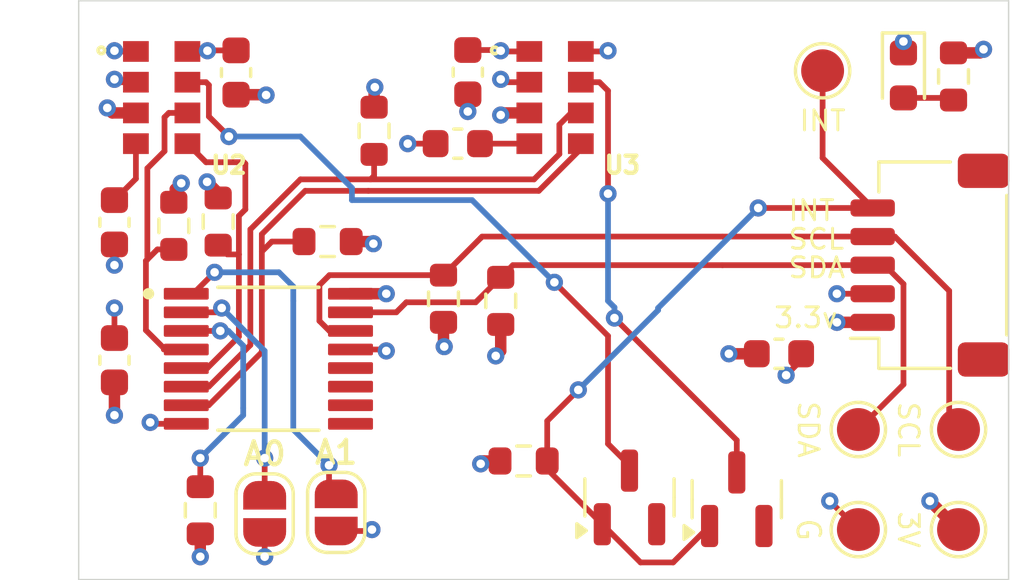
<source format=kicad_pcb>
(kicad_pcb (version 20241229) (generator "pcbnew") (generator_version "9.0")
  (layers (0 "F.Cu" signal) (4 "In1.Cu" signal) (6 "In2.Cu" signal) (2 "B.Cu" signal) (13 "F.Paste" user) (15 "B.Paste" user) (5 "F.SilkS" user "F.Silkscreen") (7 "B.SilkS" user "B.Silkscreen") (1 "F.Mask" user) (3 "B.Mask" user) (25 "Edge.Cuts" user))
  (net 0 "")
  (net 1 "+3.3V")
  (net 2 "GND")
  (net 3 "Net-(C3-Pad2)")
  (net 4 "Net-(C4-Pad2)")
  (net 5 "Net-(D1-A)")
  (net 6 "Net-(D2-A)")
  (net 8 "Net-(D2-COM)")
  (net 9 "Net-(D3-COM)")
  (net 11 "Net-(J1-Pin_4)")
  (net 12 "Net-(J1-Pin_3)")
  (net 13 "Net-(JP3-A)")
  (net 14 "Net-(JP4-A)")
  (net 15 "Net-(U1-~{RESET})")
  (net 18 "Net-(U1-SD0)")
  (net 21 "Net-(U1-SC1)")
  (net 22 "Net-(U1-SC0)")
  (net 23 "Net-(U1-SD1)")
  (footprint "Capacitor_SMD:C_0603_1608Metric" (layer "F.Cu") (at 166.725 60.6 180)
    (property "Reference" "C1" (hide yes))
    (property "Value" "2.2µF")
    (fp_line (start -0.14058 0.51) (end 0.14058 0.51) (stroke (width 0.12)) (layer "F.SilkS"))
    (fp_line (start -0.14058 -0.51) (end 0.14058 -0.51) (stroke (width 0.12)) (layer "F.SilkS"))
    (pad "1" smd roundrect (at -0.775 0 180) (size 0.9 0.95) (layers "F.Cu" "F.Mask" "F.Paste") (net 2 "GND"))
    (pad "2" smd roundrect (at 0.775 0 180) (size 0.9 0.95) (layers "F.Cu" "F.Mask" "F.Paste") (net 1 "+3.3V"))
  )
  (footprint "Resistor_SMD:R_0603_1608Metric" (layer "F.Cu") (at 147.125 55.975 90)
    (property "Reference" "R9" (hide yes))
    (property "Value" "4.7kΩ" (hide yes))
    (fp_line (start -0.237258 -0.5225) (end 0.237258 -0.5225) (stroke (width 0.12)) (layer "F.SilkS"))
    (fp_line (start -0.237258 0.5225) (end 0.237258 0.5225) (stroke (width 0.12)) (layer "F.SilkS"))
    (pad "1" smd roundrect (at -0.825 0 90) (size 0.8 0.95) (layers "F.Cu" "F.Mask" "F.Paste") (net 22 "Net-(U1-SC0)"))
    (pad "2" smd roundrect (at 0.825 0 90) (size 0.8 0.95) (layers "F.Cu" "F.Mask" "F.Paste") (net 1 "+3.3V"))
  )
  (footprint "TestPoint:TestPoint_Pad_D1.5mm" (layer "F.Cu") (at 173 66.75)
    (property "Reference" "TP1" (hide yes))
    (property "Value" "TestPoint_Small" (hide yes))
    (property "Label" "3V" (at -1.75 0 270) (layer "F.SilkS") (effects (font (size 0.7 0.7) (thickness 0.1))))
    (fp_circle (center 0 0) (end 0 0.95) (stroke (width 0.12)) (fill no) (layer "F.SilkS"))
    (pad "1" smd circle (at 0 0) (size 1.5 1.5) (layers "F.Cu" "F.Mask") (net 1 "+3.3V"))
  )
  (footprint "TestPoint:TestPoint_Pad_D1.5mm" (layer "F.Cu") (at 173 63.25 90)
    (property "Reference" "TP4" (hide yes))
    (property "Value" "TestPoint_Small" (hide yes))
    (property "Label" "SCL" (at 0 -1.75 270) (layer "F.SilkS") (effects (font (size 0.7 0.7) (thickness 0.1))))
    (fp_circle (center 0 0) (end 0 0.95) (stroke (width 0.12)) (fill no) (layer "F.SilkS"))
    (pad "1" smd circle (at 0 0 90) (size 1.5 1.5) (layers "F.Cu" "F.Mask") (net 11 "Net-(J1-Pin_4)"))
  )
  (footprint "Jumper:SolderJumper-2_P1.3mm_Open_RoundedPad1.0x1.5mm" (layer "F.Cu") (at 151.25 66.15 -90)
    (property "Reference" "JP4" (hide yes))
    (property "Value" "SolderJumper_2_Open" (hide yes))
    (property "Label" "A1" (at -2.1 0 0) (layer "F.SilkS") (effects (font (size 0.8 0.8))))
    (fp_line (start 0.7 1) (end -0.7 1) (stroke (width 0.12)) (layer "F.SilkS"))
    (fp_line (start -1.4 0.3) (end -1.4 -0.3) (stroke (width 0.12)) (layer "F.SilkS"))
    (fp_line (start 1.4 -0.3) (end 1.4 0.3) (stroke (width 0.12)) (layer "F.SilkS"))
    (fp_line (start -0.7 -1) (end 0.7 -1) (stroke (width 0.12)) (layer "F.SilkS"))
    (fp_arc (start -0.7 1) (mid -1.194975 0.794975) (end -1.4 0.3) (stroke (width 0.12)) (layer "F.SilkS"))
    (fp_arc (start 1.4 0.3) (mid 1.194975 0.794975) (end 0.7 1) (stroke (width 0.12)) (layer "F.SilkS"))
    (fp_arc (start -1.4 -0.3) (mid -1.194975 -0.794975) (end -0.7 -1) (stroke (width 0.12)) (layer "F.SilkS"))
    (fp_arc (start 0.7 -1) (mid 1.194975 -0.794975) (end 1.4 -0.3) (stroke (width 0.12)) (layer "F.SilkS"))
    (pad "1" smd custom (at -0.65 0 270) (size 1 0.5) (layers "F.Cu" "F.Mask") (net 14 "Net-(JP4-A)") (options (clearance outline) (anchor rect)) (primitives (gr_circle (center 0 0.25) (end 0.5 0.25) (width 0) (fill yes)) (gr_circle (center 0 -0.25) (end 0.5 -0.25) (width 0) (fill yes)) (gr_poly (pts (xy 0.5 0.75) (xy 0 0.75) (xy 0 -0.75) (xy 0.5 -0.75)) (width 0) (fill yes))))
    (pad "2" smd custom (at 0.65 0 270) (size 1 0.5) (layers "F.Cu" "F.Mask") (net 2 "GND") (options (clearance outline) (anchor rect)) (primitives (gr_circle (center 0 0.25) (end 0.5 0.25) (width 0) (fill yes)) (gr_circle (center 0 -0.25) (end 0.5 -0.25) (width 0) (fill yes)) (gr_poly (pts (xy 0 0.75) (xy -0.5 0.75) (xy -0.5 -0.75) (xy 0 -0.75)) (width 0) (fill yes))))
  )
  (footprint "Resistor_SMD:R_0603_1608Metric" (layer "F.Cu") (at 152.575 52.8 -90)
    (property "Reference" "R6" (hide yes))
    (property "Value" "4.7kΩ" (hide yes))
    (fp_line (start -0.237258 0.5225) (end 0.237258 0.5225) (stroke (width 0.12)) (layer "F.SilkS"))
    (fp_line (start -0.237258 -0.5225) (end 0.237258 -0.5225) (stroke (width 0.12)) (layer "F.SilkS"))
    (pad "1" smd roundrect (at -0.825 0 270) (size 0.8 0.95) (layers "F.Cu" "F.Mask" "F.Paste") (net 1 "+3.3V"))
    (pad "2" smd roundrect (at 0.825 0 270) (size 0.8 0.95) (layers "F.Cu" "F.Mask" "F.Paste") (net 23 "Net-(U1-SD1)"))
  )
  (footprint "Resistor_SMD:R_0603_1608Metric" (layer "F.Cu") (at 157.8 64.35)
    (property "Reference" "R5" (hide yes))
    (property "Value" "10kΩ")
    (fp_line (start -0.237258 -0.5225) (end 0.237258 -0.5225) (stroke (width 0.12)) (layer "F.SilkS"))
    (fp_line (start -0.237258 0.5225) (end 0.237258 0.5225) (stroke (width 0.12)) (layer "F.SilkS"))
    (pad "1" smd roundrect (at -0.825 0) (size 0.8 0.95) (layers "F.Cu" "F.Mask" "F.Paste") (net 1 "+3.3V"))
    (pad "2" smd roundrect (at 0.825 0) (size 0.8 0.95) (layers "F.Cu" "F.Mask" "F.Paste") (net 6 "Net-(D2-A)"))
  )
  (footprint "Resistor_SMD:R_0603_1608Metric" (layer "F.Cu") (at 146.5 66.075 -90)
    (property "Reference" "R3" (hide yes))
    (property "Value" "10kΩ")
    (fp_line (start -0.237258 0.5225) (end 0.237258 0.5225) (stroke (width 0.12)) (layer "F.SilkS"))
    (fp_line (start -0.237258 -0.5225) (end 0.237258 -0.5225) (stroke (width 0.12)) (layer "F.SilkS"))
    (pad "1" smd roundrect (at -0.825 0 270) (size 0.8 0.95) (layers "F.Cu" "F.Mask" "F.Paste") (net 15 "Net-(U1-~{RESET})"))
    (pad "2" smd roundrect (at 0.825 0 270) (size 0.8 0.95) (layers "F.Cu" "F.Mask" "F.Paste") (net 1 "+3.3V"))
  )
  (footprint "TestPoint:TestPoint_Pad_D1.5mm" (layer "F.Cu") (at 169.5 66.75)
    (property "Reference" "TP2" (hide yes))
    (property "Value" "TestPoint_Small" (hide yes))
    (property "Label" "G" (at -1.75 0 270) (layer "F.SilkS") (effects (font (size 0.8 0.8) (thickness 0.1))))
    (fp_circle (center 0 0) (end 0 0.95) (stroke (width 0.12)) (fill no) (layer "F.SilkS"))
    (pad "1" smd circle (at 0 0) (size 1.5 1.5) (layers "F.Cu" "F.Mask") (net 2 "GND"))
  )
  (footprint "Capacitor_SMD:C_0603_1608Metric" (layer "F.Cu") (at 155.5 53.25)
    (property "Reference" "C4" (hide yes))
    (property "Value" "2.2µF" (hide yes))
    (fp_line (start -0.14058 -0.51) (end 0.14058 -0.51) (stroke (width 0.12)) (layer "F.SilkS"))
    (fp_line (start -0.14058 0.51) (end 0.14058 0.51) (stroke (width 0.12)) (layer "F.SilkS"))
    (pad "1" smd roundrect (at -0.775 0) (size 0.9 0.95) (layers "F.Cu" "F.Mask" "F.Paste") (net 2 "GND"))
    (pad "2" smd roundrect (at 0.775 0) (size 0.9 0.95) (layers "F.Cu" "F.Mask" "F.Paste") (net 4 "Net-(C4-Pad2)"))
  )
  (footprint "Capacitor_SMD:C_0603_1608Metric" (layer "F.Cu") (at 155.85 50.75 90)
    (property "Reference" "C5" (hide yes))
    (property "Value" "0.1µF" (hide yes))
    (fp_line (start -0.14058 -0.51) (end 0.14058 -0.51) (stroke (width 0.12)) (layer "F.SilkS"))
    (fp_line (start -0.14058 0.51) (end 0.14058 0.51) (stroke (width 0.12)) (layer "F.SilkS"))
    (pad "1" smd roundrect (at -0.775 0 90) (size 0.9 0.95) (layers "F.Cu" "F.Mask" "F.Paste") (net 1 "+3.3V"))
    (pad "2" smd roundrect (at 0.775 0 90) (size 0.9 0.95) (layers "F.Cu" "F.Mask" "F.Paste") (net 2 "GND"))
  )
  (footprint "Package_TO_SOT_SMD:SOT-23" (layer "F.Cu") (at 165.25 65.6875 90)
    (property "Reference" "D3" (hide yes))
    (property "Value" "BAT54S" (hide yes))
    (fp_line (start 0 -1.56) (end 0.65 -1.56) (stroke (width 0.12)) (layer "F.SilkS"))
    (fp_line (start 0 -1.56) (end -0.65 -1.56) (stroke (width 0.12)) (layer "F.SilkS"))
    (fp_line (start 0 1.56) (end 0.65 1.56) (stroke (width 0.12)) (layer "F.SilkS"))
    (fp_line (start 0 1.56) (end -0.65 1.56) (stroke (width 0.12)) (layer "F.SilkS"))
    (fp_poly (pts (xy -1.1625 -1.51) (xy -1.4025 -1.84) (xy -0.9225 -1.84)) (stroke (width 0.12)) (fill yes) (layer "F.SilkS"))
    (pad "1" smd roundrect (at -0.9375 -0.95 90) (size 1.475 0.6) (layers "F.Cu" "F.Mask" "F.Paste") (net 6 "Net-(D2-A)"))
    (pad "2" smd roundrect (at -0.9375 0.95 90) (size 1.475 0.6) (layers "F.Cu" "F.Mask" "F.Paste"))
    (pad "3" smd roundrect (at 0.9375 0 90) (size 1.475 0.6) (layers "F.Cu" "F.Mask" "F.Paste") (net 9 "Net-(D3-COM)"))
  )
  (footprint "Resistor_SMD:R_0603_1608Metric" (layer "F.Cu") (at 145.575 56.125 90)
    (property "Reference" "R8" (hide yes))
    (property "Value" "4.7kΩ" (hide yes))
    (fp_line (start -0.237258 -0.5225) (end 0.237258 -0.5225) (stroke (width 0.12)) (layer "F.SilkS"))
    (fp_line (start -0.237258 0.5225) (end 0.237258 0.5225) (stroke (width 0.12)) (layer "F.SilkS"))
    (pad "1" smd roundrect (at -0.825 0 90) (size 0.8 0.95) (layers "F.Cu" "F.Mask" "F.Paste") (net 18 "Net-(U1-SD0)"))
    (pad "2" smd roundrect (at 0.825 0 90) (size 0.8 0.95) (layers "F.Cu" "F.Mask" "F.Paste") (net 1 "+3.3V"))
  )
  (footprint "Capacitor_SMD:C_0603_1608Metric" (layer "F.Cu") (at 143.5 60.825 90)
    (property "Reference" "C6" (hide yes))
    (property "Value" "0.1µF")
    (fp_line (start -0.14058 -0.51) (end 0.14058 -0.51) (stroke (width 0.12)) (layer "F.SilkS"))
    (fp_line (start -0.14058 0.51) (end 0.14058 0.51) (stroke (width 0.12)) (layer "F.SilkS"))
    (pad "1" smd roundrect (at -0.775 0 90) (size 0.9 0.95) (layers "F.Cu" "F.Mask" "F.Paste") (net 1 "+3.3V"))
    (pad "2" smd roundrect (at 0.775 0 90) (size 0.9 0.95) (layers "F.Cu" "F.Mask" "F.Paste") (net 2 "GND"))
  )
  (footprint "LED_SMD:LED_0603_1608Metric" (layer "F.Cu") (at 171.075 50.8625 -90)
    (property "Reference" "D1" (hide yes))
    (property "Value" "LED" (hide yes))
    (fp_line (start -1.485 0.735) (end 0.8 0.735) (stroke (width 0.12)) (layer "F.SilkS"))
    (fp_line (start -1.485 -0.735) (end -1.485 0.735) (stroke (width 0.12)) (layer "F.SilkS"))
    (fp_line (start 0.8 -0.735) (end -1.485 -0.735) (stroke (width 0.12)) (layer "F.SilkS"))
    (pad "1" smd roundrect (at -0.7875 0 270) (size 0.875 0.95) (layers "F.Cu" "F.Mask" "F.Paste") (net 2 "GND"))
    (pad "2" smd roundrect (at 0.7875 0 270) (size 0.875 0.95) (layers "F.Cu" "F.Mask" "F.Paste") (net 5 "Net-(D1-A)"))
  )
  (footprint "TestPoint:TestPoint_Pad_D1.5mm" (layer "F.Cu") (at 169.5 63.25 90)
    (property "Reference" "TP3" (hide yes))
    (property "Value" "TestPoint_Small" (hide yes))
    (property "Label" "SDA" (at 0 -1.75 270) (layer "F.SilkS") (effects (font (size 0.7 0.7) (thickness 0.1))))
    (fp_circle (center 0 0) (end 0 0.95) (stroke (width 0.12)) (fill no) (layer "F.SilkS"))
    (pad "1" smd circle (at 0 0 90) (size 1.5 1.5) (layers "F.Cu" "F.Mask") (net 12 "Net-(J1-Pin_3)"))
  )
  (footprint "motion-play-footprints:SOP65P640X120-16N" (layer "F.Cu") (at 148.88 60.775)
    (property "Reference" "U1" (hide yes))
    (property "Value" "PCA9546APWR" (hide yes))
    (fp_line (start -1.765 -2.5) (end 1.765 -2.5) (stroke (width 0.127)) (layer "F.SilkS"))
    (fp_line (start 1.765 2.5) (end -1.765 2.5) (stroke (width 0.127)) (layer "F.SilkS"))
    (fp_circle (center -4.19 -2.275) (end -4.09 -2.275) (stroke (width 0.2)) (fill no) (layer "F.SilkS"))
    (pad "1" smd roundrect (at -2.87 -2.275) (size 1.57 0.41) (layers "F.Cu" "F.Mask" "F.Paste") (roundrect_rratio 0.125) (net 14 "Net-(JP4-A)"))
    (pad "2" smd roundrect (at -2.87 -1.625) (size 1.57 0.41) (layers "F.Cu" "F.Mask" "F.Paste") (roundrect_rratio 0.125) (net 13 "Net-(JP3-A)"))
    (pad "3" smd roundrect (at -2.87 -0.975) (size 1.57 0.41) (layers "F.Cu" "F.Mask" "F.Paste") (roundrect_rratio 0.125) (net 15 "Net-(U1-~{RESET})"))
    (pad "4" smd roundrect (at -2.87 -0.325) (size 1.57 0.41) (layers "F.Cu" "F.Mask" "F.Paste") (roundrect_rratio 0.125) (net 18 "Net-(U1-SD0)"))
    (pad "5" smd roundrect (at -2.87 0.325) (size 1.57 0.41) (layers "F.Cu" "F.Mask" "F.Paste") (roundrect_rratio 0.125) (net 22 "Net-(U1-SC0)"))
    (pad "6" smd roundrect (at -2.87 0.975) (size 1.57 0.41) (layers "F.Cu" "F.Mask" "F.Paste") (roundrect_rratio 0.125) (net 23 "Net-(U1-SD1)"))
    (pad "7" smd roundrect (at -2.87 1.625) (size 1.57 0.41) (layers "F.Cu" "F.Mask" "F.Paste") (roundrect_rratio 0.125) (net 21 "Net-(U1-SC1)"))
    (pad "8" smd roundrect (at -2.87 2.275) (size 1.57 0.41) (layers "F.Cu" "F.Mask" "F.Paste") (roundrect_rratio 0.125) (net 2 "GND"))
    (pad "9" smd roundrect (at 2.87 2.275) (size 1.57 0.41) (layers "F.Cu" "F.Mask" "F.Paste") (roundrect_rratio 0.125))
    (pad "10" smd roundrect (at 2.87 1.625) (size 1.57 0.41) (layers "F.Cu" "F.Mask" "F.Paste") (roundrect_rratio 0.125))
    (pad "11" smd roundrect (at 2.87 0.975) (size 1.57 0.41) (layers "F.Cu" "F.Mask" "F.Paste") (roundrect_rratio 0.125))
    (pad "12" smd roundrect (at 2.87 0.325) (size 1.57 0.41) (layers "F.Cu" "F.Mask" "F.Paste") (roundrect_rratio 0.125))
    (pad "13" smd roundrect (at 2.87 -0.325) (size 1.57 0.41) (layers "F.Cu" "F.Mask" "F.Paste") (roundrect_rratio 0.125) (net 2 "GND"))
    (pad "14" smd roundrect (at 2.87 -0.975) (size 1.57 0.41) (layers "F.Cu" "F.Mask" "F.Paste") (roundrect_rratio 0.125) (net 11 "Net-(J1-Pin_4)"))
    (pad "15" smd roundrect (at 2.87 -1.625) (size 1.57 0.41) (layers "F.Cu" "F.Mask" "F.Paste") (roundrect_rratio 0.125) (net 12 "Net-(J1-Pin_3)"))
    (pad "16" smd roundrect (at 2.87 -2.275) (size 1.57 0.41) (layers "F.Cu" "F.Mask" "F.Paste") (roundrect_rratio 0.125) (net 1 "+3.3V"))
  )
  (footprint "Package_TO_SOT_SMD:SOT-23" (layer "F.Cu") (at 161.5 65.625 90)
    (property "Reference" "D2" (hide yes))
    (property "Value" "BAT54S" (hide yes))
    (fp_line (start 0 -1.56) (end 0.65 -1.56) (stroke (width 0.12)) (layer "F.SilkS"))
    (fp_line (start 0 -1.56) (end -0.65 -1.56) (stroke (width 0.12)) (layer "F.SilkS"))
    (fp_line (start 0 1.56) (end 0.65 1.56) (stroke (width 0.12)) (layer "F.SilkS"))
    (fp_line (start 0 1.56) (end -0.65 1.56) (stroke (width 0.12)) (layer "F.SilkS"))
    (fp_poly (pts (xy -1.1625 -1.51) (xy -1.4025 -1.84) (xy -0.9225 -1.84)) (stroke (width 0.12)) (fill yes) (layer "F.SilkS"))
    (pad "1" smd roundrect (at -0.9375 -0.95 90) (size 1.475 0.6) (layers "F.Cu" "F.Mask" "F.Paste") (net 6 "Net-(D2-A)"))
    (pad "2" smd roundrect (at -0.9375 0.95 90) (size 1.475 0.6) (layers "F.Cu" "F.Mask" "F.Paste"))
    (pad "3" smd roundrect (at 0.9375 0 90) (size 1.475 0.6) (layers "F.Cu" "F.Mask" "F.Paste") (net 8 "Net-(D2-COM)"))
  )
  (footprint "Resistor_SMD:R_0603_1608Metric" (layer "F.Cu") (at 155 58.675 90)
    (property "Reference" "R2" (hide yes))
    (property "Value" "4.7kΩ" (hide yes))
    (fp_line (start -0.237258 -0.5225) (end 0.237258 -0.5225) (stroke (width 0.12)) (layer "F.SilkS"))
    (fp_line (start -0.237258 0.5225) (end 0.237258 0.5225) (stroke (width 0.12)) (layer "F.SilkS"))
    (pad "1" smd roundrect (at -0.825 0 90) (size 0.8 0.95) (layers "F.Cu" "F.Mask" "F.Paste") (net 1 "+3.3V"))
    (pad "2" smd roundrect (at 0.825 0 90) (size 0.8 0.95) (layers "F.Cu" "F.Mask" "F.Paste") (net 11 "Net-(J1-Pin_4)"))
  )
  (footprint "Jumper:SolderJumper-2_P1.3mm_Open_RoundedPad1.0x1.5mm" (layer "F.Cu") (at 148.75 66.2 -90)
    (property "Reference" "JP3" (hide yes))
    (property "Value" "SolderJumper_2_Open" (hide yes))
    (property "Label" "A0" (at -2.1 0 0) (layer "F.SilkS") (effects (font (size 0.8 0.8))))
    (fp_line (start 0.7 1) (end -0.7 1) (stroke (width 0.12)) (layer "F.SilkS"))
    (fp_line (start -1.4 0.3) (end -1.4 -0.3) (stroke (width 0.12)) (layer "F.SilkS"))
    (fp_line (start 1.4 -0.3) (end 1.4 0.3) (stroke (width 0.12)) (layer "F.SilkS"))
    (fp_line (start -0.7 -1) (end 0.7 -1) (stroke (width 0.12)) (layer "F.SilkS"))
    (fp_arc (start -0.7 1) (mid -1.194975 0.794975) (end -1.4 0.3) (stroke (width 0.12)) (layer "F.SilkS"))
    (fp_arc (start 1.4 0.3) (mid 1.194975 0.794975) (end 0.7 1) (stroke (width 0.12)) (layer "F.SilkS"))
    (fp_arc (start -1.4 -0.3) (mid -1.194975 -0.794975) (end -0.7 -1) (stroke (width 0.12)) (layer "F.SilkS"))
    (fp_arc (start 0.7 -1) (mid 1.194975 -0.794975) (end 1.4 -0.3) (stroke (width 0.12)) (layer "F.SilkS"))
    (pad "1" smd custom (at -0.65 0 270) (size 1 0.5) (layers "F.Cu" "F.Mask") (net 13 "Net-(JP3-A)") (options (clearance outline) (anchor rect)) (primitives (gr_circle (center 0 0.25) (end 0.5 0.25) (width 0) (fill yes)) (gr_circle (center 0 -0.25) (end 0.5 -0.25) (width 0) (fill yes)) (gr_poly (pts (xy 0.5 0.75) (xy 0 0.75) (xy 0 -0.75) (xy 0.5 -0.75)) (width 0) (fill yes))))
    (pad "2" smd custom (at 0.65 0 270) (size 1 0.5) (layers "F.Cu" "F.Mask") (net 2 "GND") (options (clearance outline) (anchor rect)) (primitives (gr_circle (center 0 0.25) (end 0.5 0.25) (width 0) (fill yes)) (gr_circle (center 0 -0.25) (end 0.5 -0.25) (width 0) (fill yes)) (gr_poly (pts (xy 0 0.75) (xy -0.5 0.75) (xy -0.5 -0.75) (xy 0 -0.75)) (width 0) (fill yes))))
  )
  (footprint "motion-play-footprints:VISHAY_VCNL4040" (layer "F.Cu") (at 158.9 51.6375)
    (property "Reference" "U3" (at 2.35 2.3625 0) (layer "F.SilkS") (effects (font (size 0.600913 0.600913))))
    (property "Value" "VCNL4040M3OE-H3" (hide yes))
    (fp_circle (center -2.107 -1.65) (end -2.057 -1.65) (stroke (width 0.127)) (fill no) (layer "F.SilkS"))
    (pad "1" smd rect (at -0.9 -1.6125) (size 0.9 0.725) (layers "F.Cu" "F.Mask" "F.Paste") (net 2 "GND"))
    (pad "2" smd rect (at -0.9 -0.5375) (size 0.9 0.725) (layers "F.Cu" "F.Mask" "F.Paste") (net 2 "GND"))
    (pad "3" smd rect (at -0.9 0.5375) (size 0.9 0.725) (layers "F.Cu" "F.Mask" "F.Paste") (net 1 "+3.3V"))
    (pad "4" smd rect (at -0.9 1.6125) (size 0.9 0.725) (layers "F.Cu" "F.Mask" "F.Paste") (net 4 "Net-(C4-Pad2)"))
    (pad "5" smd rect (at 0.9 1.6125) (size 0.9 0.725) (layers "F.Cu" "F.Mask" "F.Paste") (net 21 "Net-(U1-SC1)"))
    (pad "6" smd rect (at 0.9 0.5375) (size 0.9 0.725) (layers "F.Cu" "F.Mask" "F.Paste") (net 23 "Net-(U1-SD1)"))
    (pad "7" smd rect (at 0.9 -0.5375) (size 0.9 0.725) (layers "F.Cu" "F.Mask" "F.Paste") (net 9 "Net-(D3-COM)"))
    (pad "8" smd rect (at 0.9 -1.61225) (size 0.9 0.725) (layers "F.Cu" "F.Mask" "F.Paste") (net 2 "GND"))
  )
  (footprint "Capacitor_SMD:C_0603_1608Metric" (layer "F.Cu") (at 143.5 56 90)
    (property "Reference" "C3" (hide yes))
    (property "Value" "2.2µF" (hide yes))
    (fp_line (start -0.14058 -0.51) (end 0.14058 -0.51) (stroke (width 0.12)) (layer "F.SilkS"))
    (fp_line (start -0.14058 0.51) (end 0.14058 0.51) (stroke (width 0.12)) (layer "F.SilkS"))
    (pad "1" smd roundrect (at -0.775 0 90) (size 0.9 0.95) (layers "F.Cu" "F.Mask" "F.Paste") (net 2 "GND"))
    (pad "2" smd roundrect (at 0.775 0 90) (size 0.9 0.95) (layers "F.Cu" "F.Mask" "F.Paste") (net 3 "Net-(C3-Pad2)"))
  )
  (footprint "Resistor_SMD:R_0603_1608Metric" (layer "F.Cu") (at 150.95 56.675 180)
    (property "Reference" "R7" (hide yes))
    (property "Value" "4.7kΩ" (hide yes))
    (fp_line (start -0.237258 0.5225) (end 0.237258 0.5225) (stroke (width 0.12)) (layer "F.SilkS"))
    (fp_line (start -0.237258 -0.5225) (end 0.237258 -0.5225) (stroke (width 0.12)) (layer "F.SilkS"))
    (pad "1" smd roundrect (at -0.825 0 180) (size 0.8 0.95) (layers "F.Cu" "F.Mask" "F.Paste") (net 1 "+3.3V"))
    (pad "2" smd roundrect (at 0.825 0 180) (size 0.8 0.95) (layers "F.Cu" "F.Mask" "F.Paste") (net 21 "Net-(U1-SC1)"))
  )
  (footprint "TestPoint:TestPoint_Pad_D1.5mm" (layer "F.Cu") (at 168.25 50.7)
    (property "Reference" "TP5" (hide yes))
    (property "Value" "TestPoint_Small" (hide yes))
    (property "Label" "INT" (at 0 1.75 0) (layer "F.SilkS") (effects (font (size 0.7 0.7) (thickness 0.1))))
    (fp_circle (center 0 0) (end 0 0.95) (stroke (width 0.12)) (fill no) (layer "F.SilkS"))
    (pad "1" smd circle (at 0 0) (size 1.5 1.5) (layers "F.Cu" "F.Mask") (net 6 "Net-(D2-A)"))
  )
  (footprint "motion-play-footprints:VISHAY_VCNL4040" (layer "F.Cu") (at 145.15 51.6375)
    (property "Reference" "U2" (at 2.35 2.3625 0) (layer "F.SilkS") (effects (font (size 0.600913 0.600913))))
    (property "Value" "VCNL4040M3OE-H3" (hide yes))
    (fp_circle (center -2.107 -1.65) (end -2.057 -1.65) (stroke (width 0.127)) (fill no) (layer "F.SilkS"))
    (pad "1" smd rect (at -0.9 -1.6125) (size 0.9 0.725) (layers "F.Cu" "F.Mask" "F.Paste") (net 2 "GND"))
    (pad "2" smd rect (at -0.9 -0.5375) (size 0.9 0.725) (layers "F.Cu" "F.Mask" "F.Paste") (net 2 "GND"))
    (pad "3" smd rect (at -0.9 0.5375) (size 0.9 0.725) (layers "F.Cu" "F.Mask" "F.Paste") (net 1 "+3.3V"))
    (pad "4" smd rect (at -0.9 1.6125) (size 0.9 0.725) (layers "F.Cu" "F.Mask" "F.Paste") (net 3 "Net-(C3-Pad2)"))
    (pad "5" smd rect (at 0.9 1.6125) (size 0.9 0.725) (layers "F.Cu" "F.Mask" "F.Paste") (net 22 "Net-(U1-SC0)"))
    (pad "6" smd rect (at 0.9 0.5375) (size 0.9 0.725) (layers "F.Cu" "F.Mask" "F.Paste") (net 18 "Net-(U1-SD0)"))
    (pad "7" smd rect (at 0.9 -0.5375) (size 0.9 0.725) (layers "F.Cu" "F.Mask" "F.Paste") (net 8 "Net-(D2-COM)"))
    (pad "8" smd rect (at 0.9 -1.61225) (size 0.9 0.725) (layers "F.Cu" "F.Mask" "F.Paste") (net 2 "GND"))
  )
  (footprint "Connector_JST:JST_SH_SM05B-SRSS-TB_1x05-1MP_P1.00mm_Horizontal" (layer "F.Cu") (at 172 57.5 90)
    (property "Reference" "J1" (hide yes))
    (property "Value" "Conn_01x05" (hide yes))
    (fp_line (start 3.61 -1.785) (end 2.56 -1.785) (stroke (width 0.12)) (layer "F.SilkS"))
    (fp_line (start -2.56 -1.785) (end -2.56 -2.775) (stroke (width 0.12)) (layer "F.SilkS"))
    (fp_line (start -3.61 -1.785) (end -2.56 -1.785) (stroke (width 0.12)) (layer "F.SilkS"))
    (fp_line (start 3.61 0.715) (end 3.61 -1.785) (stroke (width 0.12)) (layer "F.SilkS"))
    (fp_line (start -3.61 0.715) (end -3.61 -1.785) (stroke (width 0.12)) (layer "F.SilkS"))
    (fp_line (start -2.44 2.685) (end 2.44 2.685) (stroke (width 0.12)) (layer "F.SilkS"))
    (pad "1" smd roundrect (at -2 -2 90) (size 0.6 1.55) (layers "F.Cu" "F.Mask" "F.Paste") (net 1 "+3.3V"))
    (pad "2" smd roundrect (at -1 -2 90) (size 0.6 1.55) (layers "F.Cu" "F.Mask" "F.Paste") (net 2 "GND"))
    (pad "3" smd roundrect (at 0 -2 90) (size 0.6 1.55) (layers "F.Cu" "F.Mask" "F.Paste") (net 12 "Net-(J1-Pin_3)"))
    (pad "4" smd roundrect (at 1 -2 90) (size 0.6 1.55) (layers "F.Cu" "F.Mask" "F.Paste") (net 11 "Net-(J1-Pin_4)"))
    (pad "5" smd roundrect (at 2 -2 90) (size 0.6 1.55) (layers "F.Cu" "F.Mask" "F.Paste") (net 6 "Net-(D2-A)"))
    (pad "MP" smd roundrect (at -3.3 1.875 90) (size 1.2 1.8) (layers "F.Cu" "F.Mask" "F.Paste") (roundrect_rratio 0.208333))
    (pad "MP" smd roundrect (at 3.3 1.875 90) (size 1.2 1.8) (layers "F.Cu" "F.Mask" "F.Paste") (roundrect_rratio 0.208333))
  )
  (footprint "Resistor_SMD:R_0603_1608Metric" (layer "F.Cu") (at 157 58.75 90)
    (property "Reference" "R1" (hide yes))
    (property "Value" "4.7kΩ" (hide yes))
    (fp_line (start -0.237258 -0.5225) (end 0.237258 -0.5225) (stroke (width 0.12)) (layer "F.SilkS"))
    (fp_line (start -0.237258 0.5225) (end 0.237258 0.5225) (stroke (width 0.12)) (layer "F.SilkS"))
    (pad "1" smd roundrect (at -0.825 0 90) (size 0.8 0.95) (layers "F.Cu" "F.Mask" "F.Paste") (net 1 "+3.3V"))
    (pad "2" smd roundrect (at 0.825 0 90) (size 0.8 0.95) (layers "F.Cu" "F.Mask" "F.Paste") (net 12 "Net-(J1-Pin_3)"))
  )
  (footprint "Capacitor_SMD:C_0603_1608Metric" (layer "F.Cu") (at 147.75 50.7625 -90)
    (property "Reference" "C2" (hide yes))
    (property "Value" "0.1µF" (hide yes))
    (fp_line (start -0.14058 0.51) (end 0.14058 0.51) (stroke (width 0.12)) (layer "F.SilkS"))
    (fp_line (start -0.14058 -0.51) (end 0.14058 -0.51) (stroke (width 0.12)) (layer "F.SilkS"))
    (pad "1" smd roundrect (at -0.775 0 270) (size 0.9 0.95) (layers "F.Cu" "F.Mask" "F.Paste") (net 2 "GND"))
    (pad "2" smd roundrect (at 0.775 0 270) (size 0.9 0.95) (layers "F.Cu" "F.Mask" "F.Paste") (net 1 "+3.3V"))
  )
  (footprint "Resistor_SMD:R_0603_1608Metric" (layer "F.Cu") (at 172.825 50.9 90)
    (property "Reference" "R4" (hide yes))
    (property "Value" "1kΩ" (hide yes))
    (fp_line (start -0.237258 -0.5225) (end 0.237258 -0.5225) (stroke (width 0.12)) (layer "F.SilkS"))
    (fp_line (start -0.237258 0.5225) (end 0.237258 0.5225) (stroke (width 0.12)) (layer "F.SilkS"))
    (pad "1" smd roundrect (at -0.825 0 90) (size 0.8 0.95) (layers "F.Cu" "F.Mask" "F.Paste") (net 5 "Net-(D1-A)"))
    (pad "2" smd roundrect (at 0.825 0 90) (size 0.8 0.95) (layers "F.Cu" "F.Mask" "F.Paste") (net 1 "+3.3V"))
  )
  (gr_rect (start 142.25 48.25) (end 174.75 68.5) (stroke (width 0.05)) (fill no) (layer "Edge.Cuts"))
  (gr_text "SCL" (at 167 57 0) (layer "F.SilkS") (effects (font (size 0.7 0.7) (thickness 0.1)) (justify left bottom)))
  (gr_text "INT" (at 167 56 0) (layer "F.SilkS") (effects (font (size 0.7 0.7) (thickness 0.1)) (justify left bottom)))
  (gr_text "3.3v" (at 166.5 59.75 0) (layer "F.SilkS") (effects (font (size 0.7 0.7) (thickness 0.1)) (justify left bottom)))
  (gr_text "SDA" (at 167 58 0) (layer "F.SilkS") (effects (font (size 0.7 0.7) (thickness 0.1)) (justify left bottom)))
  (segment (start 143.425 52.175) (end 143.25 52) (width 0.4) (layer "F.Cu") (net 1))
  (segment (start 158 52.175) (end 157.075 52.175) (width 0.4) (layer "F.Cu") (net 1))
  (segment (start 155 60.325) (end 155.025 60.35) (width 0.4) (layer "F.Cu") (net 1))
  (segment (start 144.25 52.175) (end 143.425 52.175) (width 0.4) (layer "F.Cu") (net 1))
  (segment (start 155 59.5) (end 155 60.325) (width 0.4) (layer "F.Cu") (net 1))
  (segment (start 172.825 50.075) (end 173.75 50.075) (width 0.4) (layer "F.Cu") (net 1))
  (segment (start 151.75 58.5) (end 153 58.5) (width 0.4) (layer "F.Cu") (net 1))
  (segment (start 173.75 50.075) (end 173.875 49.95) (width 0.4) (layer "F.Cu") (net 1))
  (segment (start 157 60.5) (end 156.825735 60.674265) (width 0.4) (layer "F.Cu") (net 1))
  (segment (start 147.125 55.15) (end 147.125 54.97353) (width 0.4) (layer "F.Cu") (net 1))
  (segment (start 155.85 51.525) (end 155.85 52.125) (width 0.4) (layer "F.Cu") (net 1))
  (segment (start 157 59.575) (end 157 60.5) (width 0.4) (layer "F.Cu") (net 1))
  (segment (start 148.7875 51.5375) (end 148.8 51.55) (width 0.4) (layer "F.Cu") (net 1))
  (segment (start 147.125 55.15) (end 147.05 55.15) (width 0.4) (layer "F.Cu") (net 1))
  (segment (start 147.125 54.97353) (end 146.738235 54.586765) (width 0.4) (layer "F.Cu") (net 1))
  (segment (start 147.75 51.5375) (end 148.7875 51.5375) (width 0.4) (layer "F.Cu") (net 1))
  (segment (start 145.625 55.3) (end 145.625 54.843053) (width 0.4) (layer "F.Cu") (net 1))
  (segment (start 143.5 61.6) (end 143.5 62.75) (width 0.4) (layer "F.Cu") (net 1))
  (segment (start 170 59.5) (end 168.75 59.5) (width 0.4) (layer "F.Cu") (net 1))
  (segment (start 156.975 64.35) (end 156.4 64.35) (width 0.4) (layer "F.Cu") (net 1))
  (segment (start 173 66.75) (end 172 65.75) (width 0.4) (layer "F.Cu") (net 1))
  (segment (start 152.575 51.975) (end 152.575 51.3) (width 0.4) (layer "F.Cu") (net 1))
  (segment (start 157.075 52.175) (end 157 52.25) (width 0.4) (layer "F.Cu") (net 1))
  (segment (start 156.4 64.35) (end 156.3 64.45) (width 0.4) (layer "F.Cu") (net 1))
  (segment (start 152.475 56.675) (end 152.55 56.75) (width 0.4) (layer "F.Cu") (net 1))
  (segment (start 145.625 54.843053) (end 145.83508 54.632973) (width 0.4) (layer "F.Cu") (net 1))
  (segment (start 151.775 56.675) (end 152.475 56.675) (width 0.4) (layer "F.Cu") (net 1))
  (segment (start 165.95 60.6) (end 164.975 60.6) (width 0.4) (layer "F.Cu") (net 1))
  (segment (start 146.5 66.9) (end 146.5 67.7) (width 0.4) (layer "F.Cu") (net 1))
  (segment (start 152.575 51.3) (end 152.6 51.275) (width 0.4) (layer "F.Cu") (net 1))
  (via (at 168.75 59.5) (size 0.6) (drill 0.3) (layers "F.Cu" "B.Cu") (net 1))
  (via (at 153 58.5) (size 0.6) (drill 0.3) (layers "F.Cu" "B.Cu") (net 1))
  (via (at 146.738235 54.586765) (size 0.6) (drill 0.3) (layers "F.Cu" "B.Cu") (net 1))
  (via (at 148.8 51.55) (size 0.6) (drill 0.3) (layers "F.Cu" "B.Cu") (net 1))
  (via (at 157 52.25) (size 0.6) (drill 0.3) (layers "F.Cu" "B.Cu") (net 1))
  (via (at 156.3 64.45) (size 0.6) (drill 0.3) (layers "F.Cu" "B.Cu") (net 1))
  (via (at 156.825735 60.674265) (size 0.6) (drill 0.3) (layers "F.Cu" "B.Cu") (net 1))
  (via (at 155.85 52.125) (size 0.6) (drill 0.3) (layers "F.Cu" "B.Cu") (net 1))
  (via (at 143.5 62.75) (size 0.6) (drill 0.3) (layers "F.Cu" "B.Cu") (net 1))
  (via (at 152.55 56.75) (size 0.6) (drill 0.3) (layers "F.Cu" "B.Cu") (net 1))
  (via (at 173.875 49.95) (size 0.6) (drill 0.3) (layers "F.Cu" "B.Cu") (net 1))
  (via (at 164.975 60.6) (size 0.6) (drill 0.3) (layers "F.Cu" "B.Cu") (net 1))
  (via (at 143.25 52) (size 0.6) (drill 0.3) (layers "F.Cu" "B.Cu") (net 1))
  (via (at 146.5 67.7) (size 0.6) (drill 0.3) (layers "F.Cu" "B.Cu") (net 1))
  (via (at 155.025 60.35) (size 0.6) (drill 0.3) (layers "F.Cu" "B.Cu") (net 1))
  (via (at 152.6 51.275) (size 0.6) (drill 0.3) (layers "F.Cu" "B.Cu") (net 1))
  (via (at 145.83508 54.632973) (size 0.6) (drill 0.3) (layers "F.Cu" "B.Cu") (net 1))
  (via (at 172 65.75) (size 0.6) (drill 0.3) (layers "F.Cu" "B.Cu") (net 1))
  (segment (start 171.075 50.075) (end 171.075 49.675) (width 0.2) (layer "F.Cu") (net 2))
  (segment (start 152.45 66.8) (end 152.5 66.75) (width 0.2) (layer "F.Cu") (net 2))
  (segment (start 159.8 50.02525) (end 160.72475 50.02525) (width 0.2) (layer "F.Cu") (net 2))
  (segment (start 158 50.025) (end 157.025 50.025) (width 0.2) (layer "F.Cu") (net 2))
  (segment (start 144.25 50.025) (end 143.525 50.025) (width 0.2) (layer "F.Cu") (net 2))
  (segment (start 170 58.5) (end 168.75 58.5) (width 0.2) (layer "F.Cu") (net 2))
  (segment (start 156.975 49.975) (end 157 50) (width 0.2) (layer "F.Cu") (net 2))
  (segment (start 148.75 66.85) (end 148.75 67.7) (width 0.2) (layer "F.Cu") (net 2))
  (segment (start 146.72475 50.02525) (end 146.75 50) (width 0.2) (layer "F.Cu") (net 2))
  (segment (start 147.75 49.9875) (end 146.7625 49.9875) (width 0.2) (layer "F.Cu") (net 2))
  (segment (start 151.75 60.45) (end 152.95 60.45) (width 0.2) (layer "F.Cu") (net 2))
  (segment (start 167.5 60.825) (end 166.975 61.35) (width 0.2) (layer "F.Cu") (net 2))
  (segment (start 155.85 49.975) (end 156.975 49.975) (width 0.2) (layer "F.Cu") (net 2))
  (segment (start 160.72475 50.02525) (end 160.75 50) (width 0.2) (layer "F.Cu") (net 2))
  (segment (start 144.8 63.05) (end 144.75 63) (width 0.2) (layer "F.Cu") (net 2))
  (segment (start 146.01 63.05) (end 144.8 63.05) (width 0.2) (layer "F.Cu") (net 2))
  (segment (start 169.5 66.75) (end 168.5 65.75) (width 0.2) (layer "F.Cu") (net 2))
  (segment (start 157.025 50.025) (end 157 50) (width 0.2) (layer "F.Cu") (net 2))
  (segment (start 158 51.1) (end 157.1 51.1) (width 0.2) (layer "F.Cu") (net 2))
  (segment (start 157.1 51.1) (end 157 51) (width 0.2) (layer "F.Cu") (net 2))
  (segment (start 152.95 60.45) (end 153 60.5) (width 0.2) (layer "F.Cu") (net 2))
  (segment (start 143.5 60.05) (end 143.5 59) (width 0.2) (layer "F.Cu") (net 2))
  (segment (start 146.05 50.02525) (end 146.72475 50.02525) (width 0.2) (layer "F.Cu") (net 2))
  (segment (start 143.6 51.1) (end 143.5 51) (width 0.2) (layer "F.Cu") (net 2))
  (segment (start 146.7625 49.9875) (end 146.75 50) (width 0.2) (layer "F.Cu") (net 2))
  (segment (start 154.725 53.25) (end 153.75 53.25) (width 0.2) (layer "F.Cu") (net 2))
  (segment (start 144.25 51.1) (end 143.6 51.1) (width 0.2) (layer "F.Cu") (net 2))
  (segment (start 143.5 56.775) (end 143.5 57.5) (width 0.2) (layer "F.Cu") (net 2))
  (segment (start 167.5 60.6) (end 167.5 60.825) (width 0.2) (layer "F.Cu") (net 2))
  (segment (start 143.525 50.025) (end 143.5 50) (width 0.2) (layer "F.Cu") (net 2))
  (segment (start 151.25 66.8) (end 152.45 66.8) (width 0.2) (layer "F.Cu") (net 2))
  (via (at 146.75 50) (size 0.6) (drill 0.3) (layers "F.Cu" "B.Cu") (net 2))
  (via (at 160.75 50) (size 0.6) (drill 0.3) (layers "F.Cu" "B.Cu") (net 2))
  (via (at 148.75 67.7) (size 0.6) (drill 0.3) (layers "F.Cu" "B.Cu") (net 2))
  (via (at 157 50) (size 0.6) (drill 0.3) (layers "F.Cu" "B.Cu") (net 2))
  (via (at 153 60.5) (size 0.6) (drill 0.3) (layers "F.Cu" "B.Cu") (net 2))
  (via (at 144.75 63) (size 0.6) (drill 0.3) (layers "F.Cu" "B.Cu") (net 2))
  (via (at 143.5 59) (size 0.6) (drill 0.3) (layers "F.Cu" "B.Cu") (net 2))
  (via (at 143.5 51) (size 0.6) (drill 0.3) (layers "F.Cu" "B.Cu") (net 2))
  (via (at 166.975 61.35) (size 0.6) (drill 0.3) (layers "F.Cu" "B.Cu") (net 2))
  (via (at 157 51) (size 0.6) (drill 0.3) (layers "F.Cu" "B.Cu") (net 2))
  (via (at 143.5 50) (size 0.6) (drill 0.3) (layers "F.Cu" "B.Cu") (net 2))
  (via (at 168.5 65.75) (size 0.6) (drill 0.3) (layers "F.Cu" "B.Cu") (net 2))
  (via (at 153.75 53.25) (size 0.6) (drill 0.3) (layers "F.Cu" "B.Cu") (net 2))
  (via (at 171.075 49.675) (size 0.6) (drill 0.3) (layers "F.Cu" "B.Cu") (net 2))
  (via (at 143.5 57.5) (size 0.6) (drill 0.3) (layers "F.Cu" "B.Cu") (net 2))
  (via (at 168.75 58.5) (size 0.6) (drill 0.3) (layers "F.Cu" "B.Cu") (net 2))
  (via (at 152.5 66.75) (size 0.6) (drill 0.3) (layers "F.Cu" "B.Cu") (net 2))
  (segment (start 144.25 54.475) (end 143.5 55.225) (width 0.2) (layer "F.Cu") (net 3))
  (segment (start 144.25 53.25) (end 144.25 54.475) (width 0.2) (layer "F.Cu") (net 3))
  (segment (start 156.275 53.25) (end 158 53.25) (width 0.2) (layer "F.Cu") (net 4))
  (segment (start 172.75 51.65) (end 172.825 51.725) (width 0.2) (layer "F.Cu") (net 5))
  (segment (start 171.075 51.65) (end 172.75 51.65) (width 0.2) (layer "F.Cu") (net 5))
  (segment (start 158.625 62.95) (end 158.625 64.35) (width 0.2) (layer "F.Cu") (net 6))
  (segment (start 158.625 64.35) (end 158.625 64.6375) (width 0.2) (layer "F.Cu") (net 6))
  (segment (start 158.625 64.6375) (end 160.55 66.5625) (width 0.2) (layer "F.Cu") (net 6))
  (segment (start 161.8865 67.899) (end 163.026 67.899) (width 0.2) (layer "F.Cu") (net 6))
  (segment (start 168.25 53.75) (end 168.25 50.7) (width 0.2) (layer "F.Cu") (net 6))
  (segment (start 160.55 66.5625) (end 161.8865 67.899) (width 0.2) (layer "F.Cu") (net 6))
  (segment (start 167.25 55.5) (end 166 55.5) (width 0.2) (layer "F.Cu") (net 6))
  (segment (start 170 55.5) (end 168.25 53.75) (width 0.2) (layer "F.Cu") (net 6))
  (segment (start 170 55.5) (end 167.25 55.5) (width 0.2) (layer "F.Cu") (net 6))
  (segment (start 163.026 67.899) (end 164.3 66.625) (width 0.2) (layer "F.Cu") (net 6))
  (segment (start 159.711765 61.863235) (end 158.625 62.95) (width 0.2) (layer "F.Cu") (net 6))
  (via (at 166 55.5) (size 0.6) (drill 0.3) (layers "F.Cu" "B.Cu") (net 6))
  (via (at 159.711765 61.863235) (size 0.6) (drill 0.3) (layers "F.Cu" "B.Cu") (net 6))
  (segment (start 162.5 59) (end 162.5 59.075) (width 0.2) (layer "B.Cu") (net 6))
  (segment (start 166 55.5) (end 162.5 59) (width 0.2) (layer "B.Cu") (net 6))
  (segment (start 162.5 59.075) (end 159.711765 61.863235) (width 0.2) (layer "B.Cu") (net 6))
  (segment (start 146.801 51.201) (end 146.7 51.1) (width 0.2) (layer "F.Cu") (net 8))
  (segment (start 147.5 53) (end 146.801 52.301) (width 0.2) (layer "F.Cu") (net 8))
  (segment (start 146.801 52.301) (end 146.801 51.201) (width 0.2) (layer "F.Cu") (net 8))
  (segment (start 146.7 51.1) (end 146.05 51.1) (width 0.2) (layer "F.Cu") (net 8))
  (segment (start 160.75 63.75) (end 160.75 59.975) (width 0.2) (layer "F.Cu") (net 8))
  (segment (start 161.5 64.6875) (end 161.5 64.5) (width 0.2) (layer "F.Cu") (net 8))
  (segment (start 161.5 64.5) (end 160.75 63.75) (width 0.2) (layer "F.Cu") (net 8))
  (segment (start 160.75 59.975) (end 158.875 58.1) (width 0.2) (layer "F.Cu") (net 8))
  (via (at 147.5 53) (size 0.6) (drill 0.3) (layers "F.Cu" "B.Cu") (net 8))
  (via (at 158.875 58.1) (size 0.6) (drill 0.3) (layers "F.Cu" "B.Cu") (net 8))
  (segment (start 150 53) (end 147.5 53) (width 0.2) (layer "B.Cu") (net 8))
  (segment (start 156 55.225) (end 151.8 55.225) (width 0.2) (layer "B.Cu") (net 8))
  (segment (start 151.8 54.8) (end 150 53) (width 0.2) (layer "B.Cu") (net 8))
  (segment (start 158.875 58.1) (end 156 55.225) (width 0.2) (layer "B.Cu") (net 8))
  (segment (start 151.8 55.225) (end 151.8 54.8) (width 0.2) (layer "B.Cu") (net 8))
  (segment (start 160.45 51.1) (end 159.8 51.1) (width 0.2) (layer "F.Cu") (net 9))
  (segment (start 160.75 51.4) (end 160.45 51.1) (width 0.2) (layer "F.Cu") (net 9))
  (segment (start 160.975 59.35) (end 165.25 63.625) (width 0.2) (layer "F.Cu") (net 9))
  (segment (start 160.75 55) (end 160.75 51.4) (width 0.2) (layer "F.Cu") (net 9))
  (segment (start 165.25 63.625) (end 165.25 64.75) (width 0.2) (layer "F.Cu") (net 9))
  (via (at 160.75 55) (size 0.6) (drill 0.3) (layers "F.Cu" "B.Cu") (net 9))
  (via (at 160.975 59.35) (size 0.6) (drill 0.3) (layers "F.Cu" "B.Cu") (net 9))
  (segment (start 160.75 55) (end 160.75 58.75) (width 0.2) (layer "B.Cu") (net 9))
  (segment (start 160.975 59.35) (end 160.975 58.975) (width 0.2) (layer "B.Cu") (net 9))
  (segment (start 160.975 58.975) (end 160.75 58.75) (width 0.2) (layer "B.Cu") (net 9))
  (segment (start 172.674 58.399001) (end 172.674 62.924) (width 0.2) (layer "F.Cu") (net 11))
  (segment (start 150.664 58.198922) (end 150.664 59.451078) (width 0.2) (layer "F.Cu") (net 11))
  (segment (start 151.012922 57.85) (end 150.664 58.198922) (width 0.2) (layer "F.Cu") (net 11))
  (segment (start 150.664 59.451078) (end 151.012922 59.8) (width 0.2) (layer "F.Cu") (net 11))
  (segment (start 172.674 62.924) (end 173 63.25) (width 0.2) (layer "F.Cu") (net 11))
  (segment (start 156.35 56.5) (end 156.3 56.55) (width 0.2) (layer "F.Cu") (net 11))
  (segment (start 164.75 56.5) (end 156.35 56.5) (width 0.2) (layer "F.Cu") (net 11))
  (segment (start 151.012922 59.8) (end 151.75 59.8) (width 0.2) (layer "F.Cu") (net 11))
  (segment (start 170 56.5) (end 170.774999 56.5) (width 0.2) (layer "F.Cu") (net 11))
  (segment (start 156.3 56.55) (end 155 57.85) (width 0.2) (layer "F.Cu") (net 11))
  (segment (start 170.774999 56.5) (end 172.674 58.399001) (width 0.2) (layer "F.Cu") (net 11))
  (segment (start 170 56.5) (end 164.75 56.5) (width 0.2) (layer "F.Cu") (net 11))
  (segment (start 155 57.85) (end 151.012922 57.85) (width 0.2) (layer "F.Cu") (net 11))
  (segment (start 157.425 57.5) (end 157 57.925) (width 0.2) (layer "F.Cu") (net 12))
  (segment (start 164.75 57.5) (end 157.425 57.5) (width 0.2) (layer "F.Cu") (net 12))
  (segment (start 171.076 61.674) (end 169.5 63.25) (width 0.2) (layer "F.Cu") (net 12))
  (segment (start 170 57.5) (end 170.416968 57.5) (width 0.2) (layer "F.Cu") (net 12))
  (segment (start 153.35 59.15) (end 151.75 59.15) (width 0.2) (layer "F.Cu") (net 12))
  (segment (start 157 57.925) (end 156.126 58.799) (width 0.2) (layer "F.Cu") (net 12))
  (segment (start 170.416968 57.5) (end 171.076 58.159032) (width 0.2) (layer "F.Cu") (net 12))
  (segment (start 156.126 58.799) (end 153.701 58.799) (width 0.2) (layer "F.Cu") (net 12))
  (segment (start 170 57.5) (end 164.75 57.5) (width 0.2) (layer "F.Cu") (net 12))
  (segment (start 171.076 58.159032) (end 171.076 61.674) (width 0.2) (layer "F.Cu") (net 12))
  (segment (start 153.701 58.799) (end 153.35 59.15) (width 0.2) (layer "F.Cu") (net 12))
  (segment (start 146.11 59.25) (end 146.01 59.15) (width 0.2) (layer "F.Cu") (net 13))
  (segment (start 148.75 65.55) (end 148.75 64.25) (width 0.2) (layer "F.Cu") (net 13))
  (segment (start 146.01 59.15) (end 147.099 59.15) (width 0.2) (layer "F.Cu") (net 13))
  (segment (start 147.099 59.15) (end 147.249 59) (width 0.2) (layer "F.Cu") (net 13))
  (via (at 148.75 64.25) (size 0.6) (drill 0.3) (layers "F.Cu" "B.Cu") (net 13))
  (via (at 147.249 59) (size 0.6) (drill 0.3) (layers "F.Cu" "B.Cu") (net 13))
  (segment (start 148.75 60.751) (end 148.75 60.501) (width 0.2) (layer "B.Cu") (net 13))
  (segment (start 148.75 64.25) (end 148.75 60.751) (width 0.2) (layer "B.Cu") (net 13))
  (segment (start 148.75 60.501) (end 147.249 59) (width 0.2) (layer "B.Cu") (net 13))
  (segment (start 151 64.5) (end 151 65.25) (width 0.2) (layer "F.Cu") (net 14))
  (segment (start 146.25 58.5) (end 147 57.75) (width 0.2) (layer "F.Cu") (net 14))
  (segment (start 146.01 58.5) (end 146.25 58.5) (width 0.2) (layer "F.Cu") (net 14))
  (segment (start 151 65.25) (end 151.25 65.5) (width 0.2) (layer "F.Cu") (net 14))
  (via (at 147 57.75) (size 0.6) (drill 0.3) (layers "F.Cu" "B.Cu") (net 14))
  (via (at 151 64.5) (size 0.6) (drill 0.3) (layers "F.Cu" "B.Cu") (net 14))
  (segment (start 149.75 58.25) (end 149.75 58.75) (width 0.2) (layer "B.Cu") (net 14))
  (segment (start 147 57.75) (end 149.25 57.75) (width 0.2) (layer "B.Cu") (net 14))
  (segment (start 149.75 63.25) (end 151 64.5) (width 0.2) (layer "B.Cu") (net 14))
  (segment (start 149.25 57.75) (end 149.75 58.25) (width 0.2) (layer "B.Cu") (net 14))
  (segment (start 149.75 58.75) (end 149.75 63.25) (width 0.2) (layer "B.Cu") (net 14))
  (segment (start 146.5 64.25) (end 146.5 65.25) (width 0.2) (layer "F.Cu") (net 15))
  (segment (start 146.01 59.8) (end 147.198548 59.8) (width 0.2) (layer "F.Cu") (net 15))
  (segment (start 147.198548 59.8) (end 147.199509 59.799039) (width 0.2) (layer "F.Cu") (net 15))
  (via (at 147.199509 59.799039) (size 0.6) (drill 0.3) (layers "F.Cu" "B.Cu") (net 15))
  (via (at 146.5 64.25) (size 0.6) (drill 0.3) (layers "F.Cu" "B.Cu") (net 15))
  (segment (start 147.199509 59.799039) (end 147.480939 59.799039) (width 0.2) (layer "B.Cu") (net 15))
  (segment (start 148 60.3181) (end 148 62.5) (width 0.2) (layer "B.Cu") (net 15))
  (segment (start 147.480939 59.799039) (end 148 60.3181) (width 0.2) (layer "B.Cu") (net 15))
  (segment (start 148 62.5) (end 148 62.75) (width 0.2) (layer "B.Cu") (net 15))
  (segment (start 148 62.75) (end 146.5 64.25) (width 0.2) (layer "B.Cu") (net 15))
  (segment (start 145.4 52.175) (end 146.05 52.175) (width 0.2) (layer "F.Cu") (net 18))
  (segment (start 145.25 52.325) (end 145.4 52.175) (width 0.2) (layer "F.Cu") (net 18))
  (segment (start 146.01 60.45) (end 145.225001 60.45) (width 0.2) (layer "F.Cu") (net 18))
  (segment (start 144.6 57.35) (end 144.65 57.3) (width 0.2) (layer "F.Cu") (net 18))
  (segment (start 144.65 57.3) (end 144.65 54.1125) (width 0.2) (layer "F.Cu") (net 18))
  (segment (start 145.272922 60.45) (end 144.6 59.777078) (width 0.2) (layer "F.Cu") (net 18))
  (segment (start 144.6 57.35) (end 145 56.95) (width 0.2) (layer "F.Cu") (net 18))
  (segment (start 146.01 60.45) (end 145.272922 60.45) (width 0.2) (layer "F.Cu") (net 18))
  (segment (start 145 56.95) (end 145.575 56.95) (width 0.2) (layer "F.Cu") (net 18))
  (segment (start 144.65 54.1125) (end 145.25 53.5125) (width 0.2) (layer "F.Cu") (net 18))
  (segment (start 144.6 59.777078) (end 144.6 57.35) (width 0.2) (layer "F.Cu") (net 18))
  (segment (start 145.25 53.5125) (end 145.25 52.325) (width 0.2) (layer "F.Cu") (net 18))
  (segment (start 159.8 53.25) (end 159.8 53.4316) (width 0.2) (layer "F.Cu") (net 21))
  (segment (start 159.8 53.4316) (end 158.3306 54.901) (width 0.2) (layer "F.Cu") (net 21))
  (segment (start 152.375 54.901) (end 150.1661 54.901) (width 0.2) (layer "F.Cu") (net 21))
  (segment (start 148.651 60.543999) (end 146.794999 62.4) (width 0.2) (layer "F.Cu") (net 21))
  (segment (start 146.794999 62.4) (end 146.01 62.4) (width 0.2) (layer "F.Cu") (net 21))
  (segment (start 149.001 56.675) (end 150.125 56.675) (width 0.2) (layer "F.Cu") (net 21))
  (segment (start 158.3306 54.901) (end 152.375 54.901) (width 0.2) (layer "F.Cu") (net 21))
  (segment (start 150.1661 54.901) (end 148.651 56.4161) (width 0.2) (layer "F.Cu") (net 21))
  (segment (start 148.651 56.4161) (end 148.651 57.025) (width 0.2) (layer "F.Cu") (net 21))
  (segment (start 148.651 57.025) (end 148.651 60.543999) (width 0.2) (layer "F.Cu") (net 21))
  (segment (start 148.651 57.025) (end 149.001 56.675) (width 0.2) (layer "F.Cu") (net 21))
  (segment (start 146.747078 61.1) (end 147.849 59.998078) (width 0.2) (layer "F.Cu") (net 22))
  (segment (start 147.849 59.998078) (end 147.849 57.125) (width 0.2) (layer "F.Cu") (net 22))
  (segment (start 148.025 53.9) (end 146.7 53.9) (width 0.2) (layer "F.Cu") (net 22))
  (segment (start 146.7 53.9) (end 146.05 53.25) (width 0.2) (layer "F.Cu") (net 22))
  (segment (start 147.849 57.125) (end 147.45 57.125) (width 0.2) (layer "F.Cu") (net 22))
  (segment (start 147.849 57.125) (end 147.849 55.776) (width 0.2) (layer "F.Cu") (net 22))
  (segment (start 148.075 53.95) (end 148.025 53.9) (width 0.2) (layer "F.Cu") (net 22))
  (segment (start 147.849 55.776) (end 148.075 55.55) (width 0.2) (layer "F.Cu") (net 22))
  (segment (start 148.075 55.55) (end 148.075 53.95) (width 0.2) (layer "F.Cu") (net 22))
  (segment (start 147.45 57.125) (end 147.125 56.8) (width 0.2) (layer "F.Cu") (net 22))
  (segment (start 146.01 61.1) (end 146.747078 61.1) (width 0.2) (layer "F.Cu") (net 22))
  (segment (start 146.25 53.25) (end 146.05 53.25) (width 0.2) (layer "F.Cu") (net 22))
  (segment (start 159.4605 52.175) (end 159.8 52.175) (width 0.2) (layer "F.Cu") (net 23))
  (segment (start 150 54.5) (end 152.45 54.5) (width 0.2) (layer "F.Cu") (net 23))
  (segment (start 152.45 54.5) (end 158.1645 54.5) (width 0.2) (layer "F.Cu") (net 23))
  (segment (start 152.45 54.5) (end 152.575 54.375) (width 0.2) (layer "F.Cu") (net 23))
  (segment (start 146.794999 61.75) (end 148.25 60.294999) (width 0.2) (layer "F.Cu") (net 23))
  (segment (start 158.1645 54.5) (end 159.049 53.6155) (width 0.2) (layer "F.Cu") (net 23))
  (segment (start 159.049 52.5865) (end 159.4605 52.175) (width 0.2) (layer "F.Cu") (net 23))
  (segment (start 152.575 54.375) (end 152.575 53.625) (width 0.2) (layer "F.Cu") (net 23))
  (segment (start 148.25 56.25) (end 150 54.5) (width 0.2) (layer "F.Cu") (net 23))
  (segment (start 148.25 60.294999) (end 148.25 56.25) (width 0.2) (layer "F.Cu") (net 23))
  (segment (start 146.01 61.75) (end 146.794999 61.75) (width 0.2) (layer "F.Cu") (net 23))
  (segment (start 159.049 53.6155) (end 159.049 52.5865) (width 0.2) (layer "F.Cu") (net 23))
)
</source>
